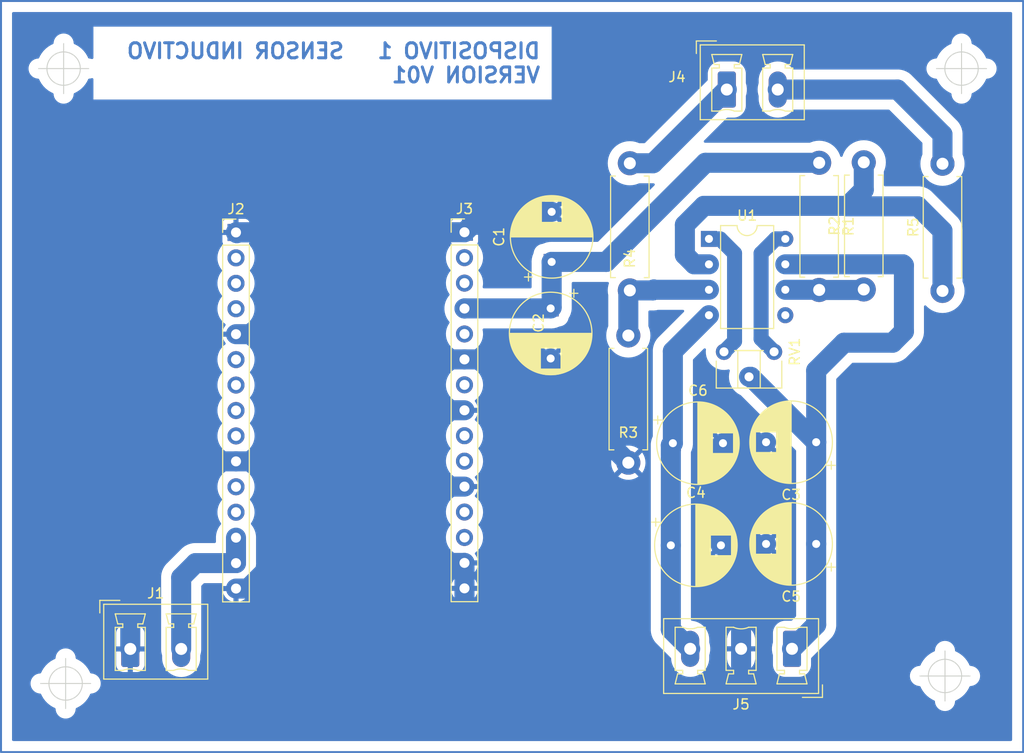
<source format=kicad_pcb>
(kicad_pcb (version 20211014) (generator pcbnew)
  (layers (0 "F.Cu" signal) (31 "B.Cu" signal) (34 "B.Paste" user) (35 "F.Paste" user) (36 "B.SilkS" user "B.Silkscreen") (37 "F.SilkS" user "F.Silkscreen") (38 "B.Mask" user) (39 "F.Mask" user) (44 "Edge.Cuts" user))
  (net 0 "")
  (net 1 "GND")
  (net 2 "Net-(C1-Pad1)")
  (net 3 "Net-(R2-Pad2)")
  (net 4 "Net-(C3-Pad1)")
  (net 5 "Net-(C4-Pad1)")
  (net 6 "Net-(J1-Pad2)")
  (net 24 "Net-(J4-Pad1)")
  (net 25 "Net-(J4-Pad2)")
  (net 26 "Net-(RV1-Pad1)")
  (net 27 "Net-(RV1-Pad3)")
  (net 29 "Net-(R1-Pad2)")
  (net 30 "Net-(R3-Pad2)")
  (footprint "Capacitor_THT:CP_Radial_D8.0mm_P5.00mm" (layer "F.Cu") (at 179.65 82.297349 -90)
    (fp_text reference "C2" (at 1.452651 1.2 90) (layer "F.SilkS"))
    (fp_text value "1uF")
    (pad "1" thru_hole rect (at 0 0 270) (size 1.6 1.6) (drill 0.8) (layers *.Cu *.Mask) (net 2 "Net-(C1-Pad1)"))
    (pad "2" thru_hole circle (at 5 0 270) (size 1.6 1.6) (drill 0.8) (layers *.Cu *.Mask) (net 1 "GND"))
  )
  (footprint "Capacitor_THT:CP_Radial_D8.0mm_P5.00mm" (layer "F.Cu") (at 191.642349 105.955)
    (fp_text reference "C4" (at 2.5 -5.25) (layer "F.SilkS"))
    (fp_text value "100nF")
    (pad "1" thru_hole rect (at 0 0) (size 1.6 1.6) (drill 0.8) (layers *.Cu *.Mask) (net 5 "Net-(C4-Pad1)"))
    (pad "2" thru_hole circle (at 5 0) (size 1.6 1.6) (drill 0.8) (layers *.Cu *.Mask) (net 1 "GND"))
  )
  (footprint "Connector_PinHeader_2.54mm:PinHeader_1x15_P2.54mm_Vertical" (layer "F.Cu") (at 148.25 74.71)
    (property "Reference" "J2")
    (property "Value" "Conn_01x15_Male")
    (fp_text reference "J2" (at 0 -2.33) (layer "F.SilkS"))
    (fp_text value "Conn_01x15_Male")
    (pad "1" thru_hole rect (at 0 0) (size 1.7 1.7) (drill 1) (layers *.Cu *.Mask) (net 1 "GND"))
    (pad "2" thru_hole oval (at 0 2.54) (size 1.7 1.7) (drill 1) (layers *.Cu *.Mask))
    (pad "3" thru_hole oval (at 0 5.08) (size 1.7 1.7) (drill 1) (layers *.Cu *.Mask))
    (pad "4" thru_hole oval (at 0 7.62) (size 1.7 1.7) (drill 1) (layers *.Cu *.Mask))
    (pad "5" thru_hole oval (at 0 10.16) (size 1.7 1.7) (drill 1) (layers *.Cu *.Mask) (net 1 "GND"))
    (pad "6" thru_hole oval (at 0 12.7) (size 1.7 1.7) (drill 1) (layers *.Cu *.Mask))
    (pad "7" thru_hole oval (at 0 15.24) (size 1.7 1.7) (drill 1) (layers *.Cu *.Mask))
    (pad "8" thru_hole oval (at 0 17.78) (size 1.7 1.7) (drill 1) (layers *.Cu *.Mask))
    (pad "9" thru_hole oval (at 0 20.32) (size 1.7 1.7) (drill 1) (layers *.Cu *.Mask))
    (pad "10" thru_hole oval (at 0 22.86) (size 1.7 1.7) (drill 1) (layers *.Cu *.Mask) (net 1 "GND"))
    (pad "11" thru_hole oval (at 0 25.4) (size 1.7 1.7) (drill 1) (layers *.Cu *.Mask))
    (pad "12" thru_hole oval (at 0 27.94) (size 1.7 1.7) (drill 1) (layers *.Cu *.Mask))
    (pad "13" thru_hole oval (at 0 30.48) (size 1.7 1.7) (drill 1) (layers *.Cu *.Mask) (net 6 "Net-(J1-Pad2)"))
    (pad "14" thru_hole oval (at 0 33.02) (size 1.7 1.7) (drill 1) (layers *.Cu *.Mask) (net 6 "Net-(J1-Pad2)"))
    (pad "15" thru_hole oval (at 0 35.56) (size 1.7 1.7) (drill 1) (layers *.Cu *.Mask) (net 1 "GND"))
  )
  (footprint "Capacitor_THT:CP_Radial_D8.0mm_P5.00mm" (layer "F.Cu") (at 206.145 105.815 180)
    (fp_text reference "C5" (at 2.5 -5.25) (layer "F.SilkS"))
    (fp_text value "100uF")
    (pad "1" thru_hole rect (at 0 0 180) (size 1.6 1.6) (drill 0.8) (layers *.Cu *.Mask) (net 4 "Net-(C3-Pad1)"))
    (pad "2" thru_hole circle (at 5 0 180) (size 1.6 1.6) (drill 0.8) (layers *.Cu *.Mask) (net 1 "GND"))
  )
  (footprint "Capacitor_THT:CP_Radial_D8.0mm_P5.00mm" (layer "F.Cu") (at 179.75 77.652651 90)
    (fp_text reference "C1" (at 2.5 -5.25 90) (layer "F.SilkS"))
    (fp_text value "100nF")
    (pad "1" thru_hole rect (at 0 0 90) (size 1.6 1.6) (drill 0.8) (layers *.Cu *.Mask) (net 2 "Net-(C1-Pad1)"))
    (pad "2" thru_hole circle (at 5 0 90) (size 1.6 1.6) (drill 0.8) (layers *.Cu *.Mask) (net 1 "GND"))
  )
  (footprint "Connector_Phoenix_MC_HighVoltage:PhoenixContact_MCV_1,5_2-G-5.08_1x02_P5.08mm_Vertical" (layer "F.Cu") (at 137.7 116.3)
    (fp_text reference "J1" (at 2.54 -5.55) (layer "F.SilkS"))
    (fp_text value "Screw_Terminal_01x02")
    (pad "1" thru_hole roundrect (at 0 0) (size 1.8 3.6) (drill 1.2) (layers *.Cu *.Mask) (roundrect_rratio 0.138889) (net 1 "GND"))
    (pad "2" thru_hole oval (at 5.08 0) (size 1.8 3.6) (drill 1.2) (layers *.Cu *.Mask) (net 6 "Net-(J1-Pad2)"))
  )
  (footprint "Connector_Phoenix_MC_HighVoltage:PhoenixContact_MCV_1,5_2-G-5.08_1x02_P5.08mm_Vertical" (layer "F.Cu") (at 197.2275 60.4425)
    (fp_text reference "J4" (at -4.9725 -1.2475) (layer "F.SilkS"))
    (fp_text value "Screw_Terminal_01x02")
    (pad "1" thru_hole roundrect (at 0 0) (size 1.8 3.6) (drill 1.2) (layers *.Cu *.Mask) (roundrect_rratio 0.138889) (net 24 "Net-(J4-Pad1)"))
    (pad "2" thru_hole oval (at 5.08 0) (size 1.8 3.6) (drill 1.2) (layers *.Cu *.Mask) (net 25 "Net-(J4-Pad2)"))
  )
  (footprint "Resistor_THT:R_Axial_DIN0411_L9.9mm_D3.6mm_P12.70mm_Horizontal" (layer "F.Cu") (at 187.55 80.5 90)
    (fp_text reference "R4" (at 3.2 0 90) (layer "F.SilkS"))
    (fp_text value "1K")
    (pad "1" thru_hole circle (at 0 0 90) (size 2.4 2.4) (drill 1.2) (layers *.Cu *.Mask) (net 30 "Net-(R3-Pad2)"))
    (pad "2" thru_hole oval (at 12.7 0 90) (size 2.4 2.4) (drill 1.2) (layers *.Cu *.Mask) (net 24 "Net-(J4-Pad1)"))
  )
  (footprint "Capacitor_THT:CP_Radial_D8.0mm_P5.00mm" (layer "F.Cu") (at 206.145 95.655 180)
    (fp_text reference "C3" (at 2.5 -5.25) (layer "F.SilkS"))
    (fp_text value "100nF")
    (pad "1" thru_hole rect (at 0 0 180) (size 1.6 1.6) (drill 0.8) (layers *.Cu *.Mask) (net 4 "Net-(C3-Pad1)"))
    (pad "2" thru_hole circle (at 5 0 180) (size 1.6 1.6) (drill 0.8) (layers *.Cu *.Mask) (net 1 "GND"))
  )
  (footprint "Capacitor_THT:CP_Radial_D8.0mm_P5.00mm" (layer "F.Cu") (at 191.845 95.755)
    (fp_text reference "C6" (at 2.5 -5.25) (layer "F.SilkS"))
    (fp_text value "100uF")
    (pad "1" thru_hole rect (at 0 0) (size 1.6 1.6) (drill 0.8) (layers *.Cu *.Mask) (net 5 "Net-(C4-Pad1)"))
    (pad "2" thru_hole circle (at 5 0) (size 1.6 1.6) (drill 0.8) (layers *.Cu *.Mask) (net 1 "GND"))
  )
  (footprint "Resistor_THT:R_Axial_DIN0411_L9.9mm_D3.6mm_P12.70mm_Horizontal" (layer "F.Cu") (at 206.445 67.755 -90)
    (property "Reference" "R1")
    (property "Value" "R")
    (fp_text reference "R1" (at 6.35 -2.92 90) (layer "F.SilkS"))
    (fp_text value "33K")
    (pad "1" thru_hole circle (at 0 0 270) (size 2.4 2.4) (drill 1.2) (layers *.Cu *.Mask) (net 2 "Net-(C1-Pad1)"))
    (pad "2" thru_hole oval (at 12.7 0 270) (size 2.4 2.4) (drill 1.2) (layers *.Cu *.Mask) (net 29 "Net-(R1-Pad2)"))
  )
  (footprint "Potentiometer_THT:Potentiometer_ACP_CA6-H2,5_Horizontal" (layer "F.Cu") (at 201.945 86.63 -90)
    (property "Reference" "RV1")
    (property "Value" "R_Potentiometer")
    (fp_text reference "RV1" (at 0 -2.06 90) (layer "F.SilkS"))
    (fp_text value "20K")
    (pad "1" thru_hole circle (at 0 0 270) (size 1.62 1.62) (drill 0.9) (layers *.Cu *.Mask) (net 26 "Net-(RV1-Pad1)"))
    (pad "2" thru_hole circle (at 2.5 2.5 270) (size 1.62 1.62) (drill 0.9) (layers *.Cu *.Mask) (net 4 "Net-(C3-Pad1)"))
    (pad "3" thru_hole circle (at 0 5 270) (size 1.62 1.62) (drill 0.9) (layers *.Cu *.Mask) (net 27 "Net-(RV1-Pad3)"))
  )
  (footprint "Resistor_THT:R_Axial_DIN0411_L9.9mm_D3.6mm_P12.70mm_Horizontal" (layer "F.Cu") (at 210.895 80.405 90)
    (fp_text reference "R2" (at 6.35 -2.92 90) (layer "F.SilkS"))
    (fp_text value "1M")
    (pad "1" thru_hole circle (at 0 0 90) (size 2.4 2.4) (drill 1.2) (layers *.Cu *.Mask) (net 29 "Net-(R1-Pad2)"))
    (pad "2" thru_hole oval (at 12.7 0 90) (size 2.4 2.4) (drill 1.2) (layers *.Cu *.Mask) (net 3 "Net-(R2-Pad2)"))
  )
  (footprint "Resistor_THT:R_Axial_DIN0411_L9.9mm_D3.6mm_P12.70mm_Horizontal" (layer "F.Cu") (at 187.4 97.7 90)
    (fp_text reference "R3" (at 3 0) (layer "F.SilkS"))
    (fp_text value "1M")
    (pad "1" thru_hole circle (at 0 0 90) (size 2.4 2.4) (drill 1.2) (layers *.Cu *.Mask) (net 1 "GND"))
    (pad "2" thru_hole oval (at 12.7 0 90) (size 2.4 2.4) (drill 1.2) (layers *.Cu *.Mask) (net 30 "Net-(R3-Pad2)"))
  )
  (footprint "Connector_Phoenix_MC_HighVoltage:PhoenixContact_MCV_1,5_3-G-5.08_1x03_P5.08mm_Vertical" (layer "F.Cu") (at 203.7325 116.2875 180)
    (property "Reference" "J9")
    (property "Value" "Screw_Terminal_01x03")
    (fp_text reference "J5" (at 5.08 -5.55) (layer "F.SilkS"))
    (fp_text value "Screw_Terminal_01x03")
    (pad "1" thru_hole roundrect (at 0 0 180) (size 1.8 3.6) (drill 1.2) (layers *.Cu *.Mask) (roundrect_rratio 0.138889) (net 4 "Net-(C3-Pad1)"))
    (pad "2" thru_hole oval (at 5.08 0 180) (size 1.8 3.6) (drill 1.2) (layers *.Cu *.Mask) (net 1 "GND"))
    (pad "3" thru_hole oval (at 10.16 0 180) (size 1.8 3.6) (drill 1.2) (layers *.Cu *.Mask) (net 5 "Net-(C4-Pad1)"))
  )
  (footprint "Package_DIP:DIP-8_W7.62mm" (layer "F.Cu") (at 195.445 75.355)
    (property "Reference" "U1")
    (property "Value" "OP77")
    (fp_text reference "U1" (at 3.81 -2.33) (layer "F.SilkS"))
    (fp_text value "OP77")
    (pad "1" thru_hole rect (at 0 0) (size 1.6 1.6) (drill 0.8) (layers *.Cu *.Mask) (net 27 "Net-(RV1-Pad3)"))
    (pad "2" thru_hole oval (at 0 2.54) (size 1.6 1.6) (drill 0.8) (layers *.Cu *.Mask) (net 3 "Net-(R2-Pad2)"))
    (pad "3" thru_hole oval (at 0 5.08) (size 1.6 1.6) (drill 0.8) (layers *.Cu *.Mask) (net 30 "Net-(R3-Pad2)"))
    (pad "4" thru_hole oval (at 0 7.62) (size 1.6 1.6) (drill 0.8) (layers *.Cu *.Mask) (net 5 "Net-(C4-Pad1)"))
    (pad "5" thru_hole oval (at 7.62 7.62) (size 1.6 1.6) (drill 0.8) (layers *.Cu *.Mask))
    (pad "6" thru_hole oval (at 7.62 5.08) (size 1.6 1.6) (drill 0.8) (layers *.Cu *.Mask) (net 29 "Net-(R1-Pad2)"))
    (pad "7" thru_hole oval (at 7.62 2.54) (size 1.6 1.6) (drill 0.8) (layers *.Cu *.Mask) (net 4 "Net-(C3-Pad1)"))
    (pad "8" thru_hole oval (at 7.62 0) (size 1.6 1.6) (drill 0.8) (layers *.Cu *.Mask) (net 26 "Net-(RV1-Pad1)"))
  )
  (footprint "Connector_PinHeader_2.54mm:PinHeader_1x15_P2.54mm_Vertical" (layer "F.Cu") (at 171.05 74.69)
    (property "Reference" "J3")
    (property "Value" "Conn_01x15_Male")
    (fp_text reference "J3" (at 0 -2.33) (layer "F.SilkS"))
    (fp_text value "Conn_01x15_Male")
    (pad "1" thru_hole rect (at 0 0) (size 1.7 1.7) (drill 1) (layers *.Cu *.Mask) (net 1 "GND"))
    (pad "2" thru_hole oval (at 0 2.54) (size 1.7 1.7) (drill 1) (layers *.Cu *.Mask))
    (pad "3" thru_hole oval (at 0 5.08) (size 1.7 1.7) (drill 1) (layers *.Cu *.Mask))
    (pad "4" thru_hole oval (at 0 7.62) (size 1.7 1.7) (drill 1) (layers *.Cu *.Mask) (net 2 "Net-(C1-Pad1)"))
    (pad "5" thru_hole oval (at 0 10.16) (size 1.7 1.7) (drill 1) (layers *.Cu *.Mask))
    (pad "6" thru_hole oval (at 0 12.7) (size 1.7 1.7) (drill 1) (layers *.Cu *.Mask) (net 1 "GND"))
    (pad "7" thru_hole oval (at 0 15.24) (size 1.7 1.7) (drill 1) (layers *.Cu *.Mask))
    (pad "8" thru_hole oval (at 0 17.78) (size 1.7 1.7) (drill 1) (layers *.Cu *.Mask) (net 1 "GND"))
    (pad "9" thru_hole oval (at 0 20.32) (size 1.7 1.7) (drill 1) (layers *.Cu *.Mask))
    (pad "10" thru_hole oval (at 0 22.86) (size 1.7 1.7) (drill 1) (layers *.Cu *.Mask))
    (pad "11" thru_hole oval (at 0 25.4) (size 1.7 1.7) (drill 1) (layers *.Cu *.Mask) (net 1 "GND"))
    (pad "12" thru_hole oval (at 0 27.94) (size 1.7 1.7) (drill 1) (layers *.Cu *.Mask))
    (pad "13" thru_hole oval (at 0 30.48) (size 1.7 1.7) (drill 1) (layers *.Cu *.Mask))
    (pad "14" thru_hole oval (at 0 33.02) (size 1.7 1.7) (drill 1) (layers *.Cu *.Mask) (net 1 "GND"))
    (pad "15" thru_hole oval (at 0 35.56) (size 1.7 1.7) (drill 1) (layers *.Cu *.Mask) (net 1 "GND"))
  )
  (footprint "Resistor_THT:R_Axial_DIN0411_L9.9mm_D3.6mm_P12.70mm_Horizontal" (layer "F.Cu") (at 218.75 80.55 90)
    (fp_text reference "R5" (at 6.35 -2.92 90) (layer "F.SilkS"))
    (fp_text value "1K")
    (pad "1" thru_hole circle (at 0 0 90) (size 2.4 2.4) (drill 1.2) (layers *.Cu *.Mask) (net 3 "Net-(R2-Pad2)"))
    (pad "2" thru_hole oval (at 12.7 0 90) (size 2.4 2.4) (drill 1.2) (layers *.Cu *.Mask) (net 25 "Net-(J4-Pad2)"))
  )
  (gr_rect (start 124.8 51.6) (end 226.8 126.6) (layer "B.Cu") (width 0.2) (fill none))
  (gr_text "DISPOSITIVO 1   SENSOR INDUCTIVO  \nVERSION V01" (at 178.75 57.8) (layer "B.Cu") (effects (font (size 1.5 1.5) (thickness 0.3)) (justify left mirror)))
  (target plus (at 220.65 58.35) (size 5) (width 0.1) (layer "Edge.Cuts"))
  (target plus (at 131.25 119.75) (size 5) (width 0.1) (layer "Edge.Cuts"))
  (target plus (at 219 119) (size 5) (width 0.1) (layer "Edge.Cuts"))
  (target plus (at 131.05 58.35) (size 5) (width 0.1) (layer "Edge.Cuts"))
  (segment (start 171.05 87.39) (end 179.557349 87.39) (width 2) (layer "B.Cu") (net 1))
  (segment (start 169.75 107.7) (end 164.25 107.7) (width 2) (layer "B.Cu") (net 1))
  (segment (start 169.847919 100.09) (end 169.837919 100.1) (width 2) (layer "B.Cu") (net 1))
  (segment (start 137.7 116.3) (end 137.7 107.761553) (width 2) (layer "B.Cu") (net 1))
  (segment (start 196.642349 105.955) (end 196.642349 95.957651) (width 2) (layer "B.Cu") (net 1))
  (segment (start 150.98 97.57) (end 152.7 95.85) (width 2) (layer "B.Cu") (net 1))
  (segment (start 198.6525 120.0475) (end 197.5 121.2) (width 2) (layer "B.Cu") (net 1))
  (segment (start 137.7 107.761553) (end 137.65 107.711553) (width 2) (layer "B.Cu") (net 1))
  (segment (start 165.08 92.47) (end 171.05 92.47) (width 2) (layer "B.Cu") (net 1))
  (segment (start 196.642349 105.955) (end 198.745 105.955) (width 2) (layer "B.Cu") (net 1))
  (segment (start 152.7 107.022081) (end 152.7 95.85) (width 2) (layer "B.Cu") (net 1))
  (segment (start 163.7 88.55) (end 163.7 93.35) (width 2) (layer "B.Cu") (net 1))
  (segment (start 148.27 74.69) (end 148.25 74.71) (width 2) (layer "B.Cu") (net 1))
  (segment (start 149.452081 110.27) (end 152.7 107.022081) (width 2) (layer "B.Cu") (net 1))
  (segment (start 179.65 89.95) (end 187.4 97.7) (width 2) (layer "B.Cu") (net 1))
  (segment (start 171.05 100.09) (end 169.847919 100.09) (width 2) (layer "B.Cu") (net 1))
  (segment (start 152.7 107.022081) (end 163.572081 107.022081) (width 2) (layer "B.Cu") (net 1))
  (segment (start 137.65 98.85) (end 138.93 97.57) (width 2) (layer "B.Cu") (net 1))
  (segment (start 171.05 107.71) (end 169.76 107.71) (width 2) (layer "B.Cu") (net 1))
  (segment (start 148.25 97.57) (end 150.98 97.57) (width 2) (layer "B.Cu") (net 1))
  (segment (start 148.33 74.79) (end 148.25 74.71) (width 2) (layer "B.Cu") (net 1))
  (segment (start 172.7 121.2) (end 171.05 119.55) (width 2) (layer "B.Cu") (net 1))
  (segment (start 198.6525 116.2875) (end 198.6525 120.0475) (width 2) (layer "B.Cu") (net 1))
  (segment (start 163.95 107.4) (end 163.95 100.1) (width 2) (layer "B.Cu") (net 1))
  (segment (start 163.95 100.1) (end 163.95 93.6) (width 2) (layer "B.Cu") (net 1))
  (segment (start 198.6525 106.0475) (end 198.745 105.955) (width 2) (layer "B.Cu") (net 1))
  (segment (start 179.65 87.297349) (end 179.65 89.95) (width 2) (layer "B.Cu") (net 1))
  (segment (start 171.05 74.69) (end 148.27 74.69) (width 2) (layer "B.Cu") (net 1))
  (segment (start 163.572081 107.022081) (end 164.25 107.7) (width 2) (layer "B.Cu") (net 1))
  (segment (start 169.837919 100.1) (end 163.95 100.1) (width 2) (layer "B.Cu") (net 1))
  (segment (start 164.25 107.7) (end 163.95 107.4) (width 2) (layer "B.Cu") (net 1))
  (segment (start 171.05 107.71) (end 171.05 110.25) (width 2) (layer "B.Cu") (net 1))
  (segment (start 163.7 93.35) (end 163.95 93.6) (width 2) (layer "B.Cu") (net 1))
  (segment (start 137.65 107.711553) (end 137.65 98.85) (width 2) (layer "B.Cu") (net 1))
  (segment (start 151.1 74.71) (end 152.7 76.31) (width 2) (layer "B.Cu") (net 1))
  (segment (start 197.5 121.2) (end 172.7 121.2) (width 2) (layer "B.Cu") (net 1))
  (segment (start 179.75 72.652651) (end 173.087349 72.652651) (width 2) (layer "B.Cu") (net 1))
  (segment (start 164.86 87.39) (end 163.7 88.55) (width 2) (layer "B.Cu") (net 1))
  (segment (start 152.7 84.45) (end 152.28 84.87) (width 2) (layer "B.Cu") (net 1))
  (segment (start 196.642349 95.957651) (end 196.845 95.755) (width 2) (layer "B.Cu") (net 1))
  (segment (start 138.93 97.57) (end 148.25 97.57) (width 2) (layer "B.Cu") (net 1))
  (segment (start 198.6525 116.2875) (end 198.6525 106.0475) (width 2) (layer "B.Cu") (net 1))
  (segment (start 198.745 105.955) (end 201.005 105.955) (width 2) (layer "B.Cu") (net 1))
  (segment (start 152.7 76.31) (end 152.7 84.45) (width 2) (layer "B.Cu") (net 1))
  (segment (start 152.28 84.87) (end 148.25 84.87) (width 2) (layer "B.Cu") (net 1))
  (segment (start 173.087349 72.652651) (end 171.05 74.69) (width 2) (layer "B.Cu") (net 1))
  (segment (start 148.25 74.71) (end 151.1 74.71) (width 2) (layer "B.Cu") (net 1))
  (segment (start 152.7 95.85) (end 152.7 84.45) (width 2) (layer "B.Cu") (net 1))
  (segment (start 169.76 107.71) (end 169.75 107.7) (width 2) (layer "B.Cu") (net 1))
  (segment (start 179.557349 87.39) (end 179.65 87.297349) (width 2) (layer "B.Cu") (net 1))
  (segment (start 171.05 87.39) (end 164.86 87.39) (width 2) (layer "B.Cu") (net 1))
  (segment (start 196.845 95.755) (end 201.045 95.755) (width 2) (layer "B.Cu") (net 1))
  (segment (start 148.25 110.27) (end 149.452081 110.27) (width 2) (layer "B.Cu") (net 1))
  (segment (start 201.005 105.955) (end 201.145 105.815) (width 2) (layer "B.Cu") (net 1))
  (segment (start 201.045 95.755) (end 201.145 95.655) (width 2) (layer "B.Cu") (net 1))
  (segment (start 171.05 119.55) (end 171.05 110.25) (width 2) (layer "B.Cu") (net 1))
  (segment (start 163.95 93.6) (end 165.08 92.47) (width 2) (layer "B.Cu") (net 1))
  (segment (start 179.75 82.197349) (end 179.65 82.297349) (width 2) (layer "B.Cu") (net 2))
  (segment (start 179.75 77.652651) (end 185.197349 77.652651) (width 2) (layer "B.Cu") (net 2))
  (segment (start 179.65 82.297349) (end 171.062651 82.297349) (width 2) (layer "B.Cu") (net 2))
  (segment (start 185.197349 77.652651) (end 195.095 67.755) (width 2) (layer "B.Cu") (net 2))
  (segment (start 171.062651 82.297349) (end 171.05 82.31) (width 2) (layer "B.Cu") (net 2))
  (segment (start 195.095 67.755) (end 206.445 67.755) (width 2) (layer "B.Cu") (net 2))
  (segment (start 179.75 77.652651) (end 179.75 82.197349) (width 2) (layer "B.Cu") (net 2))
  (segment (start 195.445 77.895) (end 193.985 77.895) (width 2) (layer "B.Cu") (net 3))
  (segment (start 193.045 76.955) (end 193.045 73.955) (width 2) (layer "B.Cu") (net 3))
  (segment (start 193.985 77.895) (end 193.045 76.955) (width 2) (layer "B.Cu") (net 3))
  (segment (start 194.945 72.055) (end 196.695 72.055) (width 2) (layer "B.Cu") (net 3))
  (segment (start 210.895 70.455) (end 209.245 72.105) (width 2) (layer "B.Cu") (net 3))
  (segment (start 218.75 74.55) (end 216.305 72.105) (width 2) (layer "B.Cu") (net 3))
  (segment (start 193.045 73.955) (end 194.945 72.055) (width 2) (layer "B.Cu") (net 3))
  (segment (start 216.305 72.105) (end 209.245 72.105) (width 2) (layer "B.Cu") (net 3))
  (segment (start 209.245 72.105) (end 209.195 72.055) (width 2) (layer "B.Cu") (net 3))
  (segment (start 218.75 80.55) (end 218.75 74.55) (width 2) (layer "B.Cu") (net 3))
  (segment (start 209.195 72.055) (end 196.695 72.055) (width 2) (layer "B.Cu") (net 3))
  (segment (start 210.895 67.705) (end 210.895 70.455) (width 2) (layer "B.Cu") (net 3))
  (segment (start 206.145 113.875) (end 203.7325 116.2875) (width 2) (layer "B.Cu") (net 4))
  (segment (start 206.145 88.505) (end 206.145 95.655) (width 2) (layer "B.Cu") (net 4))
  (segment (start 214.9 84.6) (end 213.781071 85.718929) (width 2) (layer "B.Cu") (net 4))
  (segment (start 208.931071 85.718929) (end 206.145 88.505) (width 2) (layer "B.Cu") (net 4))
  (segment (start 203.065 77.895) (end 214.795 77.895) (width 2) (layer "B.Cu") (net 4))
  (segment (start 199.445 89.13) (end 199.62 89.13) (width 2) (layer "B.Cu") (net 4))
  (segment (start 206.145 95.655) (end 206.145 105.815) (width 2) (layer "B.Cu") (net 4))
  (segment (start 206.145 105.815) (end 206.145 113.875) (width 2) (layer "B.Cu") (net 4))
  (segment (start 199.62 89.13) (end 206.145 95.655) (width 2) (layer "B.Cu") (net 4))
  (segment (start 214.9 78) (end 214.9 84.6) (width 2) (layer "B.Cu") (net 4))
  (segment (start 213.781071 85.718929) (end 208.931071 85.718929) (width 2) (layer "B.Cu") (net 4))
  (segment (start 214.795 77.895) (end 214.9 78) (width 2) (layer "B.Cu") (net 4))
  (segment (start 191.845 86.575) (end 191.845 95.755) (width 2) (layer "B.Cu") (net 5))
  (segment (start 191.642349 105.955) (end 191.642349 114.357349) (width 2) (layer "B.Cu") (net 5))
  (segment (start 195.445 82.975) (end 191.845 86.575) (width 2) (layer "B.Cu") (net 5))
  (segment (start 191.642349 95.957651) (end 191.845 95.755) (width 2) (layer "B.Cu") (net 5))
  (segment (start 191.642349 114.357349) (end 193.5725 116.2875) (width 2) (layer "B.Cu") (net 5))
  (segment (start 191.642349 105.955) (end 191.642349 95.957651) (width 2) (layer "B.Cu") (net 5))
  (segment (start 148.25 105.19) (end 148.25 107.73) (width 2) (layer "B.Cu") (net 6))
  (segment (start 142.78 109.17) (end 142.78 116.3) (width 2) (layer "B.Cu") (net 6))
  (segment (start 148.25 107.73) (end 144.22 107.73) (width 2) (layer "B.Cu") (net 6))
  (segment (start 144.22 107.73) (end 142.78 109.17) (width 2) (layer "B.Cu") (net 6))
  (segment (start 189.87 67.8) (end 197.2275 60.4425) (width 2) (layer "B.Cu") (net 24))
  (segment (start 187.55 67.8) (end 189.87 67.8) (width 2) (layer "B.Cu") (net 24))
  (segment (start 218.75 64.935) (end 214.2575 60.4425) (width 2) (layer "B.Cu") (net 25))
  (segment (start 214.2575 60.4425) (end 202.3075 60.4425) (width 2) (layer "B.Cu") (net 25))
  (segment (start 218.75 67.85) (end 218.75 64.935) (width 2) (layer "B.Cu") (net 25))
  (segment (start 200.65 85.335) (end 201.945 86.63) (width 1.5) (layer "B.Cu") (net 26))
  (segment (start 200.65 76.8) (end 200.65 85.335) (width 1.5) (layer "B.Cu") (net 26))
  (segment (start 202.095 75.355) (end 200.65 76.8) (width 1.5) (layer "B.Cu") (net 26))
  (segment (start 203.065 75.355) (end 202.095 75.355) (width 1.5) (layer "B.Cu") (net 26))
  (segment (start 196.555 75.355) (end 198 76.8) (width 1.5) (layer "B.Cu") (net 27))
  (segment (start 198 76.8) (end 198 85.575) (width 1.5) (layer "B.Cu") (net 27))
  (segment (start 198 85.575) (end 196.945 86.63) (width 1.5) (layer "B.Cu") (net 27))
  (segment (start 195.445 75.355) (end 196.555 75.355) (width 1.5) (layer "B.Cu") (net 27))
  (segment (start 206.445 80.455) (end 210.845 80.455) (width 2) (layer "B.Cu") (net 29))
  (segment (start 206.425 80.435) (end 206.445 80.455) (width 2) (layer "B.Cu") (net 29))
  (segment (start 203.065 80.435) (end 206.425 80.435) (width 2) (layer "B.Cu") (net 29))
  (segment (start 210.845 80.455) (end 210.895 80.405) (width 2) (layer "B.Cu") (net 29))
  (segment (start 189.85 80.5) (end 187.55 80.5) (width 2) (layer "B.Cu") (net 30))
  (segment (start 195.445 80.435) (end 189.975 80.435) (width 2) (layer "B.Cu") (net 30))
  (segment (start 187.4 80.65) (end 187.55 80.5) (width 2) (layer "B.Cu") (net 30))
  (segment (start 189.945 80.405) (end 189.85 80.5) (width 2) (layer "B.Cu") (net 30))
  (segment (start 189.975 80.435) (end 189.945 80.405) (width 2) (layer "B.Cu") (net 30))
  (segment (start 187.4 85) (end 187.4 80.65) (width 2) (layer "B.Cu") (net 30))
  (zone (net 1) (net_name "GND") (layer "B.Cu") (connect_pads (clearance 1)) (min_thickness 0.254) (fill yes (thermal_gap 0.508) (thermal_bridge_width 0.508))
    (polygon (pts (xy 226.9 126.7) (xy 124.95 126.7) (xy 124.95 51.7) (xy 226.9 51.7)))
  )
)
</source>
